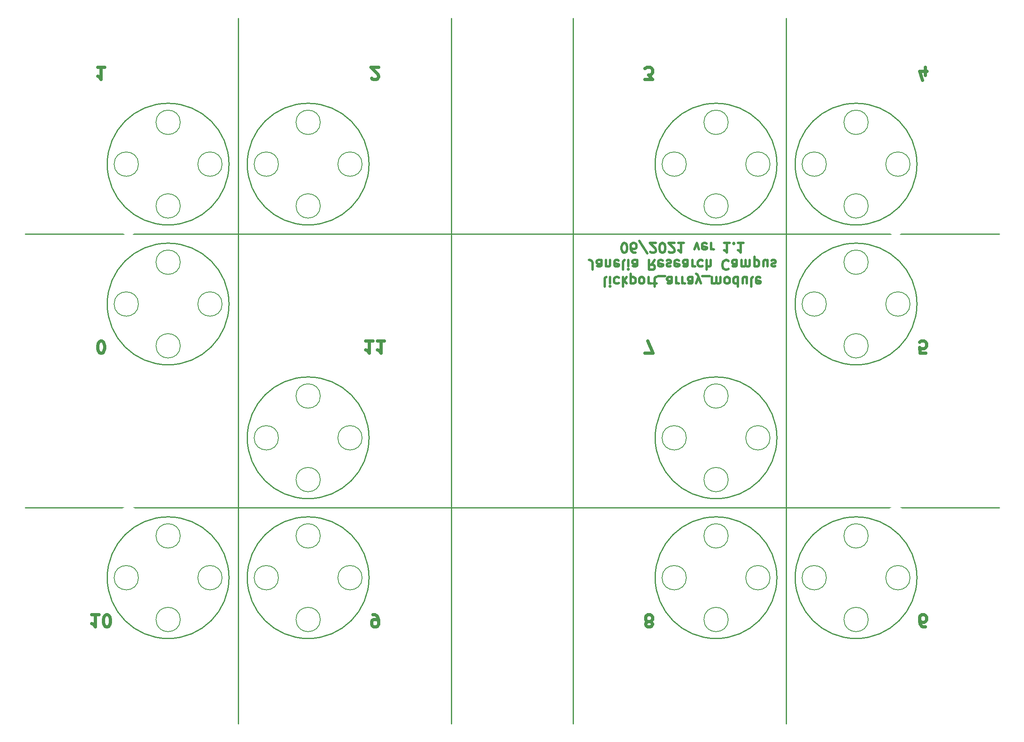
<source format=gbo>
%TF.GenerationSoftware,KiCad,Pcbnew,5.1.10-88a1d61d58~88~ubuntu20.10.1*%
%TF.CreationDate,2021-06-25T14:56:41-04:00*%
%TF.ProjectId,lickport_array_module,6c69636b-706f-4727-945f-61727261795f,1.1*%
%TF.SameCoordinates,Original*%
%TF.FileFunction,Legend,Bot*%
%TF.FilePolarity,Positive*%
%FSLAX46Y46*%
G04 Gerber Fmt 4.6, Leading zero omitted, Abs format (unit mm)*
G04 Created by KiCad (PCBNEW 5.1.10-88a1d61d58~88~ubuntu20.10.1) date 2021-06-25 14:56:41*
%MOMM*%
%LPD*%
G01*
G04 APERTURE LIST*
%ADD10C,0.508000*%
%ADD11C,0.635000*%
%ADD12C,0.279400*%
%ADD13C,0.127000*%
%ADD14C,1.900000*%
%ADD15C,4.500000*%
%ADD16C,3.810000*%
%ADD17O,2.540000X1.524000*%
%ADD18R,2.540000X1.524000*%
%ADD19C,3.000000*%
%ADD20C,1.750000*%
%ADD21R,1.750000X1.750000*%
%ADD22O,3.500000X2.500000*%
%ADD23R,3.500000X2.500000*%
%ADD24O,2.500000X3.500000*%
%ADD25R,2.500000X3.500000*%
%ADD26C,3.556000*%
%ADD27C,5.511800*%
G04 APERTURE END LIST*
D10*
X159342666Y-69311761D02*
X159149142Y-69408523D01*
X159052380Y-69602047D01*
X159052380Y-71343761D01*
X160116761Y-69311761D02*
X160116761Y-70666428D01*
X160116761Y-71343761D02*
X160020000Y-71247000D01*
X160116761Y-71150238D01*
X160213523Y-71247000D01*
X160116761Y-71343761D01*
X160116761Y-71150238D01*
X161955238Y-69408523D02*
X161761714Y-69311761D01*
X161374666Y-69311761D01*
X161181142Y-69408523D01*
X161084380Y-69505285D01*
X160987619Y-69698809D01*
X160987619Y-70279380D01*
X161084380Y-70472904D01*
X161181142Y-70569666D01*
X161374666Y-70666428D01*
X161761714Y-70666428D01*
X161955238Y-70569666D01*
X162826095Y-69311761D02*
X162826095Y-71343761D01*
X163019619Y-70085857D02*
X163600190Y-69311761D01*
X163600190Y-70666428D02*
X162826095Y-69892333D01*
X164471047Y-70666428D02*
X164471047Y-68634428D01*
X164471047Y-70569666D02*
X164664571Y-70666428D01*
X165051619Y-70666428D01*
X165245142Y-70569666D01*
X165341904Y-70472904D01*
X165438666Y-70279380D01*
X165438666Y-69698809D01*
X165341904Y-69505285D01*
X165245142Y-69408523D01*
X165051619Y-69311761D01*
X164664571Y-69311761D01*
X164471047Y-69408523D01*
X166599809Y-69311761D02*
X166406285Y-69408523D01*
X166309523Y-69505285D01*
X166212761Y-69698809D01*
X166212761Y-70279380D01*
X166309523Y-70472904D01*
X166406285Y-70569666D01*
X166599809Y-70666428D01*
X166890095Y-70666428D01*
X167083619Y-70569666D01*
X167180380Y-70472904D01*
X167277142Y-70279380D01*
X167277142Y-69698809D01*
X167180380Y-69505285D01*
X167083619Y-69408523D01*
X166890095Y-69311761D01*
X166599809Y-69311761D01*
X168148000Y-69311761D02*
X168148000Y-70666428D01*
X168148000Y-70279380D02*
X168244761Y-70472904D01*
X168341523Y-70569666D01*
X168535047Y-70666428D01*
X168728571Y-70666428D01*
X169115619Y-70666428D02*
X169889714Y-70666428D01*
X169405904Y-71343761D02*
X169405904Y-69602047D01*
X169502666Y-69408523D01*
X169696190Y-69311761D01*
X169889714Y-69311761D01*
X170083238Y-69118238D02*
X171631428Y-69118238D01*
X172986095Y-69311761D02*
X172986095Y-70376142D01*
X172889333Y-70569666D01*
X172695809Y-70666428D01*
X172308761Y-70666428D01*
X172115238Y-70569666D01*
X172986095Y-69408523D02*
X172792571Y-69311761D01*
X172308761Y-69311761D01*
X172115238Y-69408523D01*
X172018476Y-69602047D01*
X172018476Y-69795571D01*
X172115238Y-69989095D01*
X172308761Y-70085857D01*
X172792571Y-70085857D01*
X172986095Y-70182619D01*
X173953714Y-69311761D02*
X173953714Y-70666428D01*
X173953714Y-70279380D02*
X174050476Y-70472904D01*
X174147238Y-70569666D01*
X174340761Y-70666428D01*
X174534285Y-70666428D01*
X175211619Y-69311761D02*
X175211619Y-70666428D01*
X175211619Y-70279380D02*
X175308380Y-70472904D01*
X175405142Y-70569666D01*
X175598666Y-70666428D01*
X175792190Y-70666428D01*
X177340380Y-69311761D02*
X177340380Y-70376142D01*
X177243619Y-70569666D01*
X177050095Y-70666428D01*
X176663047Y-70666428D01*
X176469523Y-70569666D01*
X177340380Y-69408523D02*
X177146857Y-69311761D01*
X176663047Y-69311761D01*
X176469523Y-69408523D01*
X176372761Y-69602047D01*
X176372761Y-69795571D01*
X176469523Y-69989095D01*
X176663047Y-70085857D01*
X177146857Y-70085857D01*
X177340380Y-70182619D01*
X178114476Y-70666428D02*
X178598285Y-69311761D01*
X179082095Y-70666428D02*
X178598285Y-69311761D01*
X178404761Y-68827952D01*
X178308000Y-68731190D01*
X178114476Y-68634428D01*
X179372380Y-69118238D02*
X180920571Y-69118238D01*
X181404380Y-69311761D02*
X181404380Y-70666428D01*
X181404380Y-70472904D02*
X181501142Y-70569666D01*
X181694666Y-70666428D01*
X181984952Y-70666428D01*
X182178476Y-70569666D01*
X182275238Y-70376142D01*
X182275238Y-69311761D01*
X182275238Y-70376142D02*
X182372000Y-70569666D01*
X182565523Y-70666428D01*
X182855809Y-70666428D01*
X183049333Y-70569666D01*
X183146095Y-70376142D01*
X183146095Y-69311761D01*
X184404000Y-69311761D02*
X184210476Y-69408523D01*
X184113714Y-69505285D01*
X184016952Y-69698809D01*
X184016952Y-70279380D01*
X184113714Y-70472904D01*
X184210476Y-70569666D01*
X184404000Y-70666428D01*
X184694285Y-70666428D01*
X184887809Y-70569666D01*
X184984571Y-70472904D01*
X185081333Y-70279380D01*
X185081333Y-69698809D01*
X184984571Y-69505285D01*
X184887809Y-69408523D01*
X184694285Y-69311761D01*
X184404000Y-69311761D01*
X186823047Y-69311761D02*
X186823047Y-71343761D01*
X186823047Y-69408523D02*
X186629523Y-69311761D01*
X186242476Y-69311761D01*
X186048952Y-69408523D01*
X185952190Y-69505285D01*
X185855428Y-69698809D01*
X185855428Y-70279380D01*
X185952190Y-70472904D01*
X186048952Y-70569666D01*
X186242476Y-70666428D01*
X186629523Y-70666428D01*
X186823047Y-70569666D01*
X188661523Y-70666428D02*
X188661523Y-69311761D01*
X187790666Y-70666428D02*
X187790666Y-69602047D01*
X187887428Y-69408523D01*
X188080952Y-69311761D01*
X188371238Y-69311761D01*
X188564761Y-69408523D01*
X188661523Y-69505285D01*
X189919428Y-69311761D02*
X189725904Y-69408523D01*
X189629142Y-69602047D01*
X189629142Y-71343761D01*
X191467619Y-69408523D02*
X191274095Y-69311761D01*
X190887047Y-69311761D01*
X190693523Y-69408523D01*
X190596761Y-69602047D01*
X190596761Y-70376142D01*
X190693523Y-70569666D01*
X190887047Y-70666428D01*
X191274095Y-70666428D01*
X191467619Y-70569666D01*
X191564380Y-70376142D01*
X191564380Y-70182619D01*
X190596761Y-69989095D01*
X156488190Y-67787761D02*
X156488190Y-66336333D01*
X156391428Y-66046047D01*
X156197904Y-65852523D01*
X155907619Y-65755761D01*
X155714095Y-65755761D01*
X158326666Y-65755761D02*
X158326666Y-66820142D01*
X158229904Y-67013666D01*
X158036380Y-67110428D01*
X157649333Y-67110428D01*
X157455809Y-67013666D01*
X158326666Y-65852523D02*
X158133142Y-65755761D01*
X157649333Y-65755761D01*
X157455809Y-65852523D01*
X157359047Y-66046047D01*
X157359047Y-66239571D01*
X157455809Y-66433095D01*
X157649333Y-66529857D01*
X158133142Y-66529857D01*
X158326666Y-66626619D01*
X159294285Y-67110428D02*
X159294285Y-65755761D01*
X159294285Y-66916904D02*
X159391047Y-67013666D01*
X159584571Y-67110428D01*
X159874857Y-67110428D01*
X160068380Y-67013666D01*
X160165142Y-66820142D01*
X160165142Y-65755761D01*
X161906857Y-65852523D02*
X161713333Y-65755761D01*
X161326285Y-65755761D01*
X161132761Y-65852523D01*
X161036000Y-66046047D01*
X161036000Y-66820142D01*
X161132761Y-67013666D01*
X161326285Y-67110428D01*
X161713333Y-67110428D01*
X161906857Y-67013666D01*
X162003619Y-66820142D01*
X162003619Y-66626619D01*
X161036000Y-66433095D01*
X163164761Y-65755761D02*
X162971238Y-65852523D01*
X162874476Y-66046047D01*
X162874476Y-67787761D01*
X163938857Y-65755761D02*
X163938857Y-67110428D01*
X163938857Y-67787761D02*
X163842095Y-67691000D01*
X163938857Y-67594238D01*
X164035619Y-67691000D01*
X163938857Y-67787761D01*
X163938857Y-67594238D01*
X165777333Y-65755761D02*
X165777333Y-66820142D01*
X165680571Y-67013666D01*
X165487047Y-67110428D01*
X165100000Y-67110428D01*
X164906476Y-67013666D01*
X165777333Y-65852523D02*
X165583809Y-65755761D01*
X165100000Y-65755761D01*
X164906476Y-65852523D01*
X164809714Y-66046047D01*
X164809714Y-66239571D01*
X164906476Y-66433095D01*
X165100000Y-66529857D01*
X165583809Y-66529857D01*
X165777333Y-66626619D01*
X169454285Y-65755761D02*
X168776952Y-66723380D01*
X168293142Y-65755761D02*
X168293142Y-67787761D01*
X169067238Y-67787761D01*
X169260761Y-67691000D01*
X169357523Y-67594238D01*
X169454285Y-67400714D01*
X169454285Y-67110428D01*
X169357523Y-66916904D01*
X169260761Y-66820142D01*
X169067238Y-66723380D01*
X168293142Y-66723380D01*
X171099238Y-65852523D02*
X170905714Y-65755761D01*
X170518666Y-65755761D01*
X170325142Y-65852523D01*
X170228380Y-66046047D01*
X170228380Y-66820142D01*
X170325142Y-67013666D01*
X170518666Y-67110428D01*
X170905714Y-67110428D01*
X171099238Y-67013666D01*
X171196000Y-66820142D01*
X171196000Y-66626619D01*
X170228380Y-66433095D01*
X171970095Y-65852523D02*
X172163619Y-65755761D01*
X172550666Y-65755761D01*
X172744190Y-65852523D01*
X172840952Y-66046047D01*
X172840952Y-66142809D01*
X172744190Y-66336333D01*
X172550666Y-66433095D01*
X172260380Y-66433095D01*
X172066857Y-66529857D01*
X171970095Y-66723380D01*
X171970095Y-66820142D01*
X172066857Y-67013666D01*
X172260380Y-67110428D01*
X172550666Y-67110428D01*
X172744190Y-67013666D01*
X174485904Y-65852523D02*
X174292380Y-65755761D01*
X173905333Y-65755761D01*
X173711809Y-65852523D01*
X173615047Y-66046047D01*
X173615047Y-66820142D01*
X173711809Y-67013666D01*
X173905333Y-67110428D01*
X174292380Y-67110428D01*
X174485904Y-67013666D01*
X174582666Y-66820142D01*
X174582666Y-66626619D01*
X173615047Y-66433095D01*
X176324380Y-65755761D02*
X176324380Y-66820142D01*
X176227619Y-67013666D01*
X176034095Y-67110428D01*
X175647047Y-67110428D01*
X175453523Y-67013666D01*
X176324380Y-65852523D02*
X176130857Y-65755761D01*
X175647047Y-65755761D01*
X175453523Y-65852523D01*
X175356761Y-66046047D01*
X175356761Y-66239571D01*
X175453523Y-66433095D01*
X175647047Y-66529857D01*
X176130857Y-66529857D01*
X176324380Y-66626619D01*
X177292000Y-65755761D02*
X177292000Y-67110428D01*
X177292000Y-66723380D02*
X177388761Y-66916904D01*
X177485523Y-67013666D01*
X177679047Y-67110428D01*
X177872571Y-67110428D01*
X179420761Y-65852523D02*
X179227238Y-65755761D01*
X178840190Y-65755761D01*
X178646666Y-65852523D01*
X178549904Y-65949285D01*
X178453142Y-66142809D01*
X178453142Y-66723380D01*
X178549904Y-66916904D01*
X178646666Y-67013666D01*
X178840190Y-67110428D01*
X179227238Y-67110428D01*
X179420761Y-67013666D01*
X180291619Y-65755761D02*
X180291619Y-67787761D01*
X181162476Y-65755761D02*
X181162476Y-66820142D01*
X181065714Y-67013666D01*
X180872190Y-67110428D01*
X180581904Y-67110428D01*
X180388380Y-67013666D01*
X180291619Y-66916904D01*
X184839428Y-65949285D02*
X184742666Y-65852523D01*
X184452380Y-65755761D01*
X184258857Y-65755761D01*
X183968571Y-65852523D01*
X183775047Y-66046047D01*
X183678285Y-66239571D01*
X183581523Y-66626619D01*
X183581523Y-66916904D01*
X183678285Y-67303952D01*
X183775047Y-67497476D01*
X183968571Y-67691000D01*
X184258857Y-67787761D01*
X184452380Y-67787761D01*
X184742666Y-67691000D01*
X184839428Y-67594238D01*
X186581142Y-65755761D02*
X186581142Y-66820142D01*
X186484380Y-67013666D01*
X186290857Y-67110428D01*
X185903809Y-67110428D01*
X185710285Y-67013666D01*
X186581142Y-65852523D02*
X186387619Y-65755761D01*
X185903809Y-65755761D01*
X185710285Y-65852523D01*
X185613523Y-66046047D01*
X185613523Y-66239571D01*
X185710285Y-66433095D01*
X185903809Y-66529857D01*
X186387619Y-66529857D01*
X186581142Y-66626619D01*
X187548761Y-65755761D02*
X187548761Y-67110428D01*
X187548761Y-66916904D02*
X187645523Y-67013666D01*
X187839047Y-67110428D01*
X188129333Y-67110428D01*
X188322857Y-67013666D01*
X188419619Y-66820142D01*
X188419619Y-65755761D01*
X188419619Y-66820142D02*
X188516380Y-67013666D01*
X188709904Y-67110428D01*
X189000190Y-67110428D01*
X189193714Y-67013666D01*
X189290476Y-66820142D01*
X189290476Y-65755761D01*
X190258095Y-67110428D02*
X190258095Y-65078428D01*
X190258095Y-67013666D02*
X190451619Y-67110428D01*
X190838666Y-67110428D01*
X191032190Y-67013666D01*
X191128952Y-66916904D01*
X191225714Y-66723380D01*
X191225714Y-66142809D01*
X191128952Y-65949285D01*
X191032190Y-65852523D01*
X190838666Y-65755761D01*
X190451619Y-65755761D01*
X190258095Y-65852523D01*
X192967428Y-67110428D02*
X192967428Y-65755761D01*
X192096571Y-67110428D02*
X192096571Y-66046047D01*
X192193333Y-65852523D01*
X192386857Y-65755761D01*
X192677142Y-65755761D01*
X192870666Y-65852523D01*
X192967428Y-65949285D01*
X193838285Y-65852523D02*
X194031809Y-65755761D01*
X194418857Y-65755761D01*
X194612380Y-65852523D01*
X194709142Y-66046047D01*
X194709142Y-66142809D01*
X194612380Y-66336333D01*
X194418857Y-66433095D01*
X194128571Y-66433095D01*
X193935047Y-66529857D01*
X193838285Y-66723380D01*
X193838285Y-66820142D01*
X193935047Y-67013666D01*
X194128571Y-67110428D01*
X194418857Y-67110428D01*
X194612380Y-67013666D01*
X163019619Y-64231761D02*
X163213142Y-64231761D01*
X163406666Y-64135000D01*
X163503428Y-64038238D01*
X163600190Y-63844714D01*
X163696952Y-63457666D01*
X163696952Y-62973857D01*
X163600190Y-62586809D01*
X163503428Y-62393285D01*
X163406666Y-62296523D01*
X163213142Y-62199761D01*
X163019619Y-62199761D01*
X162826095Y-62296523D01*
X162729333Y-62393285D01*
X162632571Y-62586809D01*
X162535809Y-62973857D01*
X162535809Y-63457666D01*
X162632571Y-63844714D01*
X162729333Y-64038238D01*
X162826095Y-64135000D01*
X163019619Y-64231761D01*
X165438666Y-64231761D02*
X165051619Y-64231761D01*
X164858095Y-64135000D01*
X164761333Y-64038238D01*
X164567809Y-63747952D01*
X164471047Y-63360904D01*
X164471047Y-62586809D01*
X164567809Y-62393285D01*
X164664571Y-62296523D01*
X164858095Y-62199761D01*
X165245142Y-62199761D01*
X165438666Y-62296523D01*
X165535428Y-62393285D01*
X165632190Y-62586809D01*
X165632190Y-63070619D01*
X165535428Y-63264142D01*
X165438666Y-63360904D01*
X165245142Y-63457666D01*
X164858095Y-63457666D01*
X164664571Y-63360904D01*
X164567809Y-63264142D01*
X164471047Y-63070619D01*
X167954476Y-64328523D02*
X166212761Y-61715952D01*
X168535047Y-64038238D02*
X168631809Y-64135000D01*
X168825333Y-64231761D01*
X169309142Y-64231761D01*
X169502666Y-64135000D01*
X169599428Y-64038238D01*
X169696190Y-63844714D01*
X169696190Y-63651190D01*
X169599428Y-63360904D01*
X168438285Y-62199761D01*
X169696190Y-62199761D01*
X170954095Y-64231761D02*
X171147619Y-64231761D01*
X171341142Y-64135000D01*
X171437904Y-64038238D01*
X171534666Y-63844714D01*
X171631428Y-63457666D01*
X171631428Y-62973857D01*
X171534666Y-62586809D01*
X171437904Y-62393285D01*
X171341142Y-62296523D01*
X171147619Y-62199761D01*
X170954095Y-62199761D01*
X170760571Y-62296523D01*
X170663809Y-62393285D01*
X170567047Y-62586809D01*
X170470285Y-62973857D01*
X170470285Y-63457666D01*
X170567047Y-63844714D01*
X170663809Y-64038238D01*
X170760571Y-64135000D01*
X170954095Y-64231761D01*
X172405523Y-64038238D02*
X172502285Y-64135000D01*
X172695809Y-64231761D01*
X173179619Y-64231761D01*
X173373142Y-64135000D01*
X173469904Y-64038238D01*
X173566666Y-63844714D01*
X173566666Y-63651190D01*
X173469904Y-63360904D01*
X172308761Y-62199761D01*
X173566666Y-62199761D01*
X175501904Y-62199761D02*
X174340761Y-62199761D01*
X174921333Y-62199761D02*
X174921333Y-64231761D01*
X174727809Y-63941476D01*
X174534285Y-63747952D01*
X174340761Y-63651190D01*
X177727428Y-63554428D02*
X178211238Y-62199761D01*
X178695047Y-63554428D01*
X180243238Y-62296523D02*
X180049714Y-62199761D01*
X179662666Y-62199761D01*
X179469142Y-62296523D01*
X179372380Y-62490047D01*
X179372380Y-63264142D01*
X179469142Y-63457666D01*
X179662666Y-63554428D01*
X180049714Y-63554428D01*
X180243238Y-63457666D01*
X180340000Y-63264142D01*
X180340000Y-63070619D01*
X179372380Y-62877095D01*
X181210857Y-62199761D02*
X181210857Y-63554428D01*
X181210857Y-63167380D02*
X181307619Y-63360904D01*
X181404380Y-63457666D01*
X181597904Y-63554428D01*
X181791428Y-63554428D01*
X185081333Y-62199761D02*
X183920190Y-62199761D01*
X184500761Y-62199761D02*
X184500761Y-64231761D01*
X184307238Y-63941476D01*
X184113714Y-63747952D01*
X183920190Y-63651190D01*
X185952190Y-62393285D02*
X186048952Y-62296523D01*
X185952190Y-62199761D01*
X185855428Y-62296523D01*
X185952190Y-62393285D01*
X185952190Y-62199761D01*
X187984190Y-62199761D02*
X186823047Y-62199761D01*
X187403619Y-62199761D02*
X187403619Y-64231761D01*
X187210095Y-63941476D01*
X187016571Y-63747952D01*
X186823047Y-63651190D01*
D11*
X110641190Y-82670952D02*
X109189761Y-82670952D01*
X109915476Y-82670952D02*
X109915476Y-85210952D01*
X109673571Y-84848095D01*
X109431666Y-84606190D01*
X109189761Y-84485238D01*
X113060238Y-82670952D02*
X111608809Y-82670952D01*
X112334523Y-82670952D02*
X112334523Y-85210952D01*
X112092619Y-84848095D01*
X111850714Y-84606190D01*
X111608809Y-84485238D01*
X53491190Y-139820952D02*
X52039761Y-139820952D01*
X52765476Y-139820952D02*
X52765476Y-142360952D01*
X52523571Y-141998095D01*
X52281666Y-141756190D01*
X52039761Y-141635238D01*
X55063571Y-142360952D02*
X55305476Y-142360952D01*
X55547380Y-142240000D01*
X55668333Y-142119047D01*
X55789285Y-141877142D01*
X55910238Y-141393333D01*
X55910238Y-140788571D01*
X55789285Y-140304761D01*
X55668333Y-140062857D01*
X55547380Y-139941904D01*
X55305476Y-139820952D01*
X55063571Y-139820952D01*
X54821666Y-139941904D01*
X54700714Y-140062857D01*
X54579761Y-140304761D01*
X54458809Y-140788571D01*
X54458809Y-141393333D01*
X54579761Y-141877142D01*
X54700714Y-142119047D01*
X54821666Y-142240000D01*
X55063571Y-142360952D01*
X110641190Y-139820952D02*
X111125000Y-139820952D01*
X111366904Y-139941904D01*
X111487857Y-140062857D01*
X111729761Y-140425714D01*
X111850714Y-140909523D01*
X111850714Y-141877142D01*
X111729761Y-142119047D01*
X111608809Y-142240000D01*
X111366904Y-142360952D01*
X110883095Y-142360952D01*
X110641190Y-142240000D01*
X110520238Y-142119047D01*
X110399285Y-141877142D01*
X110399285Y-141272380D01*
X110520238Y-141030476D01*
X110641190Y-140909523D01*
X110883095Y-140788571D01*
X111366904Y-140788571D01*
X111608809Y-140909523D01*
X111729761Y-141030476D01*
X111850714Y-141272380D01*
X168033095Y-141272380D02*
X167791190Y-141393333D01*
X167670238Y-141514285D01*
X167549285Y-141756190D01*
X167549285Y-141877142D01*
X167670238Y-142119047D01*
X167791190Y-142240000D01*
X168033095Y-142360952D01*
X168516904Y-142360952D01*
X168758809Y-142240000D01*
X168879761Y-142119047D01*
X169000714Y-141877142D01*
X169000714Y-141756190D01*
X168879761Y-141514285D01*
X168758809Y-141393333D01*
X168516904Y-141272380D01*
X168033095Y-141272380D01*
X167791190Y-141151428D01*
X167670238Y-141030476D01*
X167549285Y-140788571D01*
X167549285Y-140304761D01*
X167670238Y-140062857D01*
X167791190Y-139941904D01*
X168033095Y-139820952D01*
X168516904Y-139820952D01*
X168758809Y-139941904D01*
X168879761Y-140062857D01*
X169000714Y-140304761D01*
X169000714Y-140788571D01*
X168879761Y-141030476D01*
X168758809Y-141151428D01*
X168516904Y-141272380D01*
X167428333Y-85210952D02*
X169121666Y-85210952D01*
X168033095Y-82670952D01*
X225908809Y-142360952D02*
X225425000Y-142360952D01*
X225183095Y-142240000D01*
X225062142Y-142119047D01*
X224820238Y-141756190D01*
X224699285Y-141272380D01*
X224699285Y-140304761D01*
X224820238Y-140062857D01*
X224941190Y-139941904D01*
X225183095Y-139820952D01*
X225666904Y-139820952D01*
X225908809Y-139941904D01*
X226029761Y-140062857D01*
X226150714Y-140304761D01*
X226150714Y-140909523D01*
X226029761Y-141151428D01*
X225908809Y-141272380D01*
X225666904Y-141393333D01*
X225183095Y-141393333D01*
X224941190Y-141272380D01*
X224820238Y-141151428D01*
X224699285Y-140909523D01*
X226029761Y-85210952D02*
X224820238Y-85210952D01*
X224699285Y-84001428D01*
X224820238Y-84122380D01*
X225062142Y-84243333D01*
X225666904Y-84243333D01*
X225908809Y-84122380D01*
X226029761Y-84001428D01*
X226150714Y-83759523D01*
X226150714Y-83154761D01*
X226029761Y-82912857D01*
X225908809Y-82791904D01*
X225666904Y-82670952D01*
X225062142Y-82670952D01*
X224820238Y-82791904D01*
X224699285Y-82912857D01*
X225908809Y-27214285D02*
X225908809Y-25520952D01*
X225304047Y-28181904D02*
X224699285Y-26367619D01*
X226271666Y-26367619D01*
X167428333Y-28060952D02*
X169000714Y-28060952D01*
X168154047Y-27093333D01*
X168516904Y-27093333D01*
X168758809Y-26972380D01*
X168879761Y-26851428D01*
X169000714Y-26609523D01*
X169000714Y-26004761D01*
X168879761Y-25762857D01*
X168758809Y-25641904D01*
X168516904Y-25520952D01*
X167791190Y-25520952D01*
X167549285Y-25641904D01*
X167428333Y-25762857D01*
X110399285Y-27819047D02*
X110520238Y-27940000D01*
X110762142Y-28060952D01*
X111366904Y-28060952D01*
X111608809Y-27940000D01*
X111729761Y-27819047D01*
X111850714Y-27577142D01*
X111850714Y-27335238D01*
X111729761Y-26972380D01*
X110278333Y-25520952D01*
X111850714Y-25520952D01*
X54700714Y-25520952D02*
X53249285Y-25520952D01*
X53975000Y-25520952D02*
X53975000Y-28060952D01*
X53733095Y-27698095D01*
X53491190Y-27456190D01*
X53249285Y-27335238D01*
X53854047Y-85210952D02*
X54095952Y-85210952D01*
X54337857Y-85090000D01*
X54458809Y-84969047D01*
X54579761Y-84727142D01*
X54700714Y-84243333D01*
X54700714Y-83638571D01*
X54579761Y-83154761D01*
X54458809Y-82912857D01*
X54337857Y-82791904D01*
X54095952Y-82670952D01*
X53854047Y-82670952D01*
X53612142Y-82791904D01*
X53491190Y-82912857D01*
X53370238Y-83154761D01*
X53249285Y-83638571D01*
X53249285Y-84243333D01*
X53370238Y-84727142D01*
X53491190Y-84969047D01*
X53612142Y-85090000D01*
X53854047Y-85210952D01*
D12*
X38100000Y-117475000D02*
X241300000Y-117475000D01*
X196850000Y-15240000D02*
X196850000Y-162560000D01*
X152400000Y-15240000D02*
X152400000Y-162560000D01*
X127000000Y-15240000D02*
X127000000Y-162560000D01*
X82550000Y-15240000D02*
X82550000Y-162560000D01*
X38100000Y-60325000D02*
X241300000Y-60325000D01*
D13*
%TO.C,S1*%
X70485000Y-83658809D02*
G75*
G03*
X70485000Y-83658809I-2540000J0D01*
G01*
X61756191Y-74930000D02*
G75*
G03*
X61756191Y-74930000I-2540000J0D01*
G01*
X70485000Y-66201191D02*
G75*
G03*
X70485000Y-66201191I-2540000J0D01*
G01*
X79213809Y-74930000D02*
G75*
G03*
X79213809Y-74930000I-2540000J0D01*
G01*
D12*
X80645000Y-74930000D02*
G75*
G03*
X80645000Y-74930000I-12700000J0D01*
G01*
D13*
%TO.C,S2*%
X61756191Y-45720000D02*
G75*
G03*
X61756191Y-45720000I-2540000J0D01*
G01*
X70485000Y-36991191D02*
G75*
G03*
X70485000Y-36991191I-2540000J0D01*
G01*
X79213809Y-45720000D02*
G75*
G03*
X79213809Y-45720000I-2540000J0D01*
G01*
X70485000Y-54448809D02*
G75*
G03*
X70485000Y-54448809I-2540000J0D01*
G01*
D12*
X80645000Y-45720000D02*
G75*
G03*
X80645000Y-45720000I-12700000J0D01*
G01*
D13*
%TO.C,S3*%
X99695000Y-36991191D02*
G75*
G03*
X99695000Y-36991191I-2540000J0D01*
G01*
X108423809Y-45720000D02*
G75*
G03*
X108423809Y-45720000I-2540000J0D01*
G01*
X99695000Y-54448809D02*
G75*
G03*
X99695000Y-54448809I-2540000J0D01*
G01*
X90966191Y-45720000D02*
G75*
G03*
X90966191Y-45720000I-2540000J0D01*
G01*
D12*
X109855000Y-45720000D02*
G75*
G03*
X109855000Y-45720000I-12700000J0D01*
G01*
D13*
%TO.C,S4*%
X176056191Y-45720000D02*
G75*
G03*
X176056191Y-45720000I-2540000J0D01*
G01*
X184785000Y-36991191D02*
G75*
G03*
X184785000Y-36991191I-2540000J0D01*
G01*
X193513809Y-45720000D02*
G75*
G03*
X193513809Y-45720000I-2540000J0D01*
G01*
X184785000Y-54448809D02*
G75*
G03*
X184785000Y-54448809I-2540000J0D01*
G01*
D12*
X194945000Y-45720000D02*
G75*
G03*
X194945000Y-45720000I-12700000J0D01*
G01*
D13*
%TO.C,S5*%
X213995000Y-36991191D02*
G75*
G03*
X213995000Y-36991191I-2540000J0D01*
G01*
X222723809Y-45720000D02*
G75*
G03*
X222723809Y-45720000I-2540000J0D01*
G01*
X213995000Y-54448809D02*
G75*
G03*
X213995000Y-54448809I-2540000J0D01*
G01*
X205266191Y-45720000D02*
G75*
G03*
X205266191Y-45720000I-2540000J0D01*
G01*
D12*
X224155000Y-45720000D02*
G75*
G03*
X224155000Y-45720000I-12700000J0D01*
G01*
D13*
%TO.C,S6*%
X222723809Y-74930000D02*
G75*
G03*
X222723809Y-74930000I-2540000J0D01*
G01*
X213995000Y-83658809D02*
G75*
G03*
X213995000Y-83658809I-2540000J0D01*
G01*
X205266191Y-74930000D02*
G75*
G03*
X205266191Y-74930000I-2540000J0D01*
G01*
X213995000Y-66201191D02*
G75*
G03*
X213995000Y-66201191I-2540000J0D01*
G01*
D12*
X224155000Y-74930000D02*
G75*
G03*
X224155000Y-74930000I-12700000J0D01*
G01*
D13*
%TO.C,S7*%
X222723809Y-132080000D02*
G75*
G03*
X222723809Y-132080000I-2540000J0D01*
G01*
X213995000Y-140808809D02*
G75*
G03*
X213995000Y-140808809I-2540000J0D01*
G01*
X205266191Y-132080000D02*
G75*
G03*
X205266191Y-132080000I-2540000J0D01*
G01*
X213995000Y-123351191D02*
G75*
G03*
X213995000Y-123351191I-2540000J0D01*
G01*
D12*
X224155000Y-132080000D02*
G75*
G03*
X224155000Y-132080000I-12700000J0D01*
G01*
D13*
%TO.C,S8*%
X176056191Y-102870000D02*
G75*
G03*
X176056191Y-102870000I-2540000J0D01*
G01*
X184785000Y-94141191D02*
G75*
G03*
X184785000Y-94141191I-2540000J0D01*
G01*
X193513809Y-102870000D02*
G75*
G03*
X193513809Y-102870000I-2540000J0D01*
G01*
X184785000Y-111598809D02*
G75*
G03*
X184785000Y-111598809I-2540000J0D01*
G01*
D12*
X194945000Y-102870000D02*
G75*
G03*
X194945000Y-102870000I-12700000J0D01*
G01*
D13*
%TO.C,S9*%
X184785000Y-140808809D02*
G75*
G03*
X184785000Y-140808809I-2540000J0D01*
G01*
X176056191Y-132080000D02*
G75*
G03*
X176056191Y-132080000I-2540000J0D01*
G01*
X184785000Y-123351191D02*
G75*
G03*
X184785000Y-123351191I-2540000J0D01*
G01*
X193513809Y-132080000D02*
G75*
G03*
X193513809Y-132080000I-2540000J0D01*
G01*
D12*
X194945000Y-132080000D02*
G75*
G03*
X194945000Y-132080000I-12700000J0D01*
G01*
D13*
%TO.C,S10*%
X108423809Y-132080000D02*
G75*
G03*
X108423809Y-132080000I-2540000J0D01*
G01*
X99695000Y-140808809D02*
G75*
G03*
X99695000Y-140808809I-2540000J0D01*
G01*
X90966191Y-132080000D02*
G75*
G03*
X90966191Y-132080000I-2540000J0D01*
G01*
X99695000Y-123351191D02*
G75*
G03*
X99695000Y-123351191I-2540000J0D01*
G01*
D12*
X109855000Y-132080000D02*
G75*
G03*
X109855000Y-132080000I-12700000J0D01*
G01*
D13*
%TO.C,S11*%
X70485000Y-140808809D02*
G75*
G03*
X70485000Y-140808809I-2540000J0D01*
G01*
X61756191Y-132080000D02*
G75*
G03*
X61756191Y-132080000I-2540000J0D01*
G01*
X70485000Y-123351191D02*
G75*
G03*
X70485000Y-123351191I-2540000J0D01*
G01*
X79213809Y-132080000D02*
G75*
G03*
X79213809Y-132080000I-2540000J0D01*
G01*
D12*
X80645000Y-132080000D02*
G75*
G03*
X80645000Y-132080000I-12700000J0D01*
G01*
D13*
%TO.C,S12*%
X99695000Y-94141191D02*
G75*
G03*
X99695000Y-94141191I-2540000J0D01*
G01*
X108423809Y-102870000D02*
G75*
G03*
X108423809Y-102870000I-2540000J0D01*
G01*
X99695000Y-111598809D02*
G75*
G03*
X99695000Y-111598809I-2540000J0D01*
G01*
X90966191Y-102870000D02*
G75*
G03*
X90966191Y-102870000I-2540000J0D01*
G01*
D12*
X109855000Y-102870000D02*
G75*
G03*
X109855000Y-102870000I-12700000J0D01*
G01*
%TD*%
%LPC*%
D14*
%TO.C,P1*%
X137700000Y-33945000D03*
X137700000Y-25745000D03*
D15*
X139700000Y-29845000D03*
%TD*%
D16*
%TO.C,S1*%
X67945000Y-83658809D03*
X59216191Y-74930000D03*
X67945000Y-66201191D03*
X76673809Y-74930000D03*
%TD*%
%TO.C,S2*%
X59216191Y-45720000D03*
X67945000Y-36991191D03*
X76673809Y-45720000D03*
X67945000Y-54448809D03*
%TD*%
%TO.C,S3*%
X97155000Y-36991191D03*
X105883809Y-45720000D03*
X97155000Y-54448809D03*
X88426191Y-45720000D03*
%TD*%
%TO.C,S4*%
X173516191Y-45720000D03*
X182245000Y-36991191D03*
X190973809Y-45720000D03*
X182245000Y-54448809D03*
%TD*%
%TO.C,S5*%
X211455000Y-36991191D03*
X220183809Y-45720000D03*
X211455000Y-54448809D03*
X202726191Y-45720000D03*
%TD*%
%TO.C,S6*%
X220183809Y-74930000D03*
X211455000Y-83658809D03*
X202726191Y-74930000D03*
X211455000Y-66201191D03*
%TD*%
%TO.C,S7*%
X220183809Y-132080000D03*
X211455000Y-140808809D03*
X202726191Y-132080000D03*
X211455000Y-123351191D03*
%TD*%
%TO.C,S8*%
X173516191Y-102870000D03*
X182245000Y-94141191D03*
X190973809Y-102870000D03*
X182245000Y-111598809D03*
%TD*%
%TO.C,S9*%
X182245000Y-140808809D03*
X173516191Y-132080000D03*
X182245000Y-123351191D03*
X190973809Y-132080000D03*
%TD*%
%TO.C,S10*%
X105883809Y-132080000D03*
X97155000Y-140808809D03*
X88426191Y-132080000D03*
X97155000Y-123351191D03*
%TD*%
%TO.C,S11*%
X67945000Y-140808809D03*
X59216191Y-132080000D03*
X67945000Y-123351191D03*
X76673809Y-132080000D03*
%TD*%
%TO.C,S12*%
X97155000Y-94141191D03*
X105883809Y-102870000D03*
X97155000Y-111598809D03*
X88426191Y-102870000D03*
%TD*%
D17*
%TO.C,TEENSY1*%
X147320000Y-127635000D03*
X147320000Y-130175000D03*
X147320000Y-132715000D03*
X147320000Y-135255000D03*
X147320000Y-137795000D03*
X147320000Y-140335000D03*
X147320000Y-142875000D03*
X147320000Y-145415000D03*
X147320000Y-147955000D03*
X147320000Y-150495000D03*
X147320000Y-153035000D03*
X147320000Y-155575000D03*
X147320000Y-158115000D03*
X147320000Y-160655000D03*
X132080000Y-160655000D03*
X132080000Y-158115000D03*
X132080000Y-155575000D03*
X132080000Y-153035000D03*
X132080000Y-150495000D03*
X132080000Y-147955000D03*
X132080000Y-145415000D03*
X132080000Y-142875000D03*
X132080000Y-140335000D03*
X132080000Y-137795000D03*
X132080000Y-135255000D03*
X132080000Y-132715000D03*
X132080000Y-130175000D03*
D18*
X132080000Y-127635000D03*
%TD*%
D19*
%TO.C,P2*%
X134620000Y-53340000D03*
D20*
X137160000Y-48260000D03*
D21*
X139700000Y-48260000D03*
D19*
X144780000Y-43180000D03*
X134620000Y-43180000D03*
%TD*%
D22*
%TO.C,T1*%
X48895000Y-64290000D03*
D23*
X48895000Y-67790000D03*
%TD*%
D24*
%TO.C,T2*%
X78585000Y-26670000D03*
D25*
X75085000Y-26670000D03*
%TD*%
D22*
%TO.C,T3*%
X116205000Y-56360000D03*
D23*
X116205000Y-52860000D03*
%TD*%
D24*
%TO.C,T4*%
X192885000Y-26670000D03*
D25*
X189385000Y-26670000D03*
%TD*%
D22*
%TO.C,T5*%
X230505000Y-56360000D03*
D23*
X230505000Y-52860000D03*
%TD*%
D24*
%TO.C,T6*%
X200815000Y-93980000D03*
D25*
X204315000Y-93980000D03*
%TD*%
D24*
%TO.C,T7*%
X200815000Y-151130000D03*
D25*
X204315000Y-151130000D03*
%TD*%
D24*
%TO.C,T8*%
X192885000Y-83820000D03*
D25*
X189385000Y-83820000D03*
%TD*%
D22*
%TO.C,T9*%
X163195000Y-121440000D03*
D23*
X163195000Y-124940000D03*
%TD*%
D24*
%TO.C,T10*%
X86515000Y-151130000D03*
D25*
X90015000Y-151130000D03*
%TD*%
D22*
%TO.C,T11*%
X48895000Y-121440000D03*
D23*
X48895000Y-124940000D03*
%TD*%
D22*
%TO.C,T12*%
X116205000Y-113510000D03*
D23*
X116205000Y-110010000D03*
%TD*%
D26*
%TO.C,MH1*%
X44700000Y-33900000D03*
%TD*%
%TO.C,MH2*%
X119700000Y-33900000D03*
%TD*%
%TO.C,MH3*%
X159700000Y-33900000D03*
%TD*%
%TO.C,MH4*%
X234700000Y-33900000D03*
%TD*%
%TO.C,MH5*%
X219700000Y-58900000D03*
%TD*%
%TO.C,MH6*%
X234700000Y-88900000D03*
%TD*%
%TO.C,MH7*%
X219700000Y-118900000D03*
%TD*%
%TO.C,MH8*%
X234700000Y-143900000D03*
%TD*%
%TO.C,MH9*%
X159700000Y-143900000D03*
%TD*%
%TO.C,MH10*%
X119700000Y-143900000D03*
%TD*%
%TO.C,MH11*%
X44700000Y-143900000D03*
%TD*%
%TO.C,MH12*%
X59700000Y-118900000D03*
%TD*%
%TO.C,MH13*%
X44700000Y-88900000D03*
%TD*%
%TO.C,MH14*%
X59700000Y-58900000D03*
%TD*%
D27*
%TO.C,P3*%
X53975000Y-88900000D03*
%TD*%
%TO.C,P4*%
X53975000Y-31750000D03*
%TD*%
%TO.C,P5*%
X111125000Y-31750000D03*
%TD*%
%TO.C,P6*%
X168275000Y-31750000D03*
%TD*%
%TO.C,P7*%
X225425000Y-31750000D03*
%TD*%
%TO.C,P8*%
X225425000Y-88900000D03*
%TD*%
%TO.C,P9*%
X225425000Y-146050000D03*
%TD*%
%TO.C,P10*%
X168275000Y-88900000D03*
%TD*%
%TO.C,P11*%
X168275000Y-146050000D03*
%TD*%
%TO.C,P12*%
X111125000Y-146050000D03*
%TD*%
%TO.C,P13*%
X53975000Y-146050000D03*
%TD*%
%TO.C,P14*%
X111125000Y-88900000D03*
%TD*%
M02*

</source>
